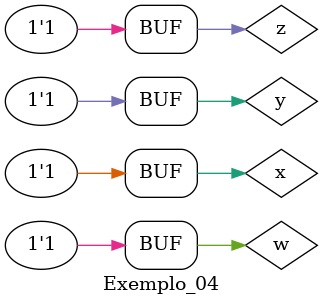
<source format=v>

module tabela ( output a, 
		output b,
		output c,
		output d,
		output e,
		input  x,
		input  y,
		input  w,
		input  z);

//descrever por expressao
assign a = (x|y|~w|z) & (x|~y|~w|z) & (~x|y|w|z)   & (~x|~y|w|~z);
assign b = (x|~y|w|z) & (~x|y|w|~z) & (~x|y|~w|~z) & (~x|~y|w|z);
assign c = (~x|y|w|z) & (~x|y|w|~z) & (~x|y|~w|~z) & (~x|~y|w|~z) & (~x|~y|~w|~z); 
assign d = (x|y|w|~z) & (x|y|~w|~z) & (x|~y|w|~z)  & (x|~y|~w|z)  & (~x|~y|w|~z) & (~x|~y|~w|z);
assign e = (x|~y|w|z) & (x|~y|~w|z) & (x|~y|~w|~z) & (~x|y|w|z)   & (~x|y|~w|z)  & (~x|~y|w|z);
	

endmodule//tabela

module simplificado ( output a, 
		      output b,
		      output c,
		      output d,
		      output e,
		      input  x,
		      input  y,
		      input  w,
		      input  z);

//descrever por expressao
assign a = (x|~w|z) & (~x|y|w|z) & (~x|~y|w|~z);
assign b = (~y|w|z) & (~x|w|~z);
assign c = (~x|y|w) & (~x|y|~z)  & (~x|~y|~z);
assign d = (x|y|~z) & (~y|w|~z)  & (~y|~w|z);
assign e = (x|~y|z) & (~y|w|z)   & (x|~y|~w) & (~x|y|z);

endmodule //simplificado

module Exemplo_04;

//--------------------- definir dados
reg x;
reg y;
reg w;
reg z;

wire a;
wire b;
wire c;
wire d;
wire e;

wire a2;
wire b2;
wire c2;
wire d2;
wire e2;

tabela moduloTable(a, b, c, d, e, x, y, w, z);
simplificado moduloSimple(a2, b2, c2, d2, e2, x, y, w, z);

//------------------------- parte principal

initial 
    begin : main 
    $display("Exemplo_04 - Matheus Santos Rosa Carneiro - 613414");
    $display("Test module Mapa Veitch-Karnaugh");
    $display("X Y W Z :  A  A2 B B2  C C2  D D2  E E2");

    //projetar testes do modulo
    $monitor("%b %b %b %b : %2b %2b %2b %2b %2b %2b %2b %2b %2b %2b", x, y, w, z, a, a2, b, b2, c, c2, d, d2, e, e2);
          x=0; y=0; w=0; z=0;
      #1  x=0; y=0; w=0; z=1;
      #1  x=0; y=0; w=1; z=0;
      #1  x=0; y=0; w=1; z=1;
      #1  x=0; y=1; w=0; z=0;
      #1  x=0; y=1; w=0; z=1;
      #1  x=0; y=1; w=1; z=0;
      #1  x=0; y=1; w=1; z=1;
      #1  x=1; y=0; w=0; z=0;
      #1  x=1; y=0; w=0; z=1;
      #1  x=1; y=0; w=1; z=0;
      #1  x=1; y=0; w=1; z=1;
      #1  x=1; y=1; w=0; z=0;
      #1  x=1; y=1; w=0; z=1;
      #1  x=1; y=1; w=1; z=0;
      #1  x=1; y=1; w=1; z=1;

      end
endmodule //Exemplo_04






		 

</source>
